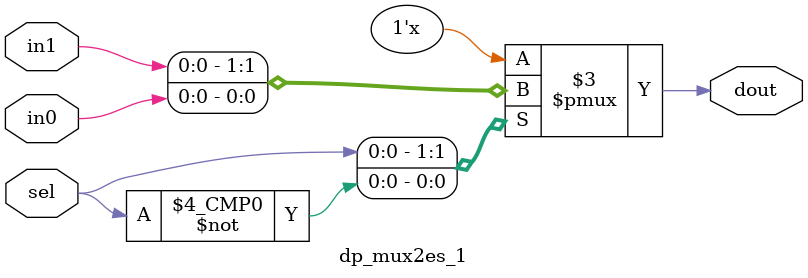
<source format=v>
module dp_mux2es_1 (dout, in0, in1, sel) ;
parameter SIZE = 1;
output 	[SIZE-1:0] 	dout;
input	[SIZE-1:0]	in0;
input	[SIZE-1:0]	in1;
input			sel;
reg	[SIZE-1:0]	dout ;
always @ (sel or in0 or in1)
 begin
	   case (sel)
	     1'b1: dout = in1 ; 
	     1'b0: dout = in0;
	     default: 
         begin
            if (in0 == in1) begin
               dout = in0;
            end
            else
              dout = {SIZE{1'bx}};
         end
	   endcase 
 end
endmodule
</source>
